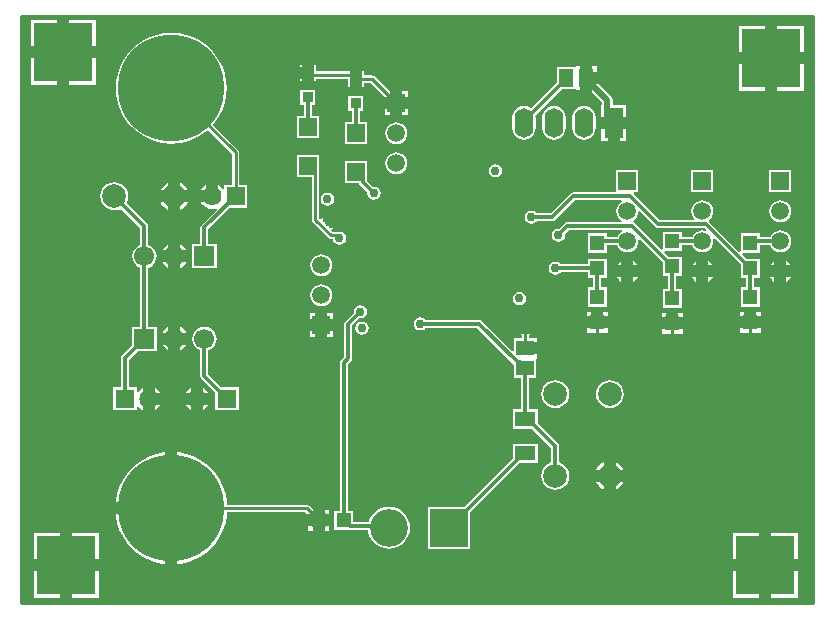
<source format=gtl>
G04*
G04 #@! TF.GenerationSoftware,Altium Limited,Altium Designer,19.1.5 (86)*
G04*
G04 Layer_Physical_Order=1*
G04 Layer_Color=255*
%FSLAX25Y25*%
%MOIN*%
G70*
G01*
G75*
%ADD13C,0.01000*%
%ADD14R,0.06000X0.06000*%
%ADD15R,0.05000X0.05000*%
%ADD16R,0.07087X0.05118*%
%ADD17R,0.03543X0.03543*%
%ADD18R,0.05906X0.05118*%
%ADD19R,0.05118X0.05906*%
%ADD20R,0.05000X0.05000*%
%ADD21R,0.06400X0.06400*%
%ADD43C,0.01200*%
%ADD44C,0.02000*%
%ADD45C,0.06693*%
%ADD46R,0.06693X0.06693*%
%ADD47R,0.06299X0.09843*%
%ADD48O,0.06299X0.09843*%
%ADD49R,0.05906X0.05906*%
%ADD50C,0.05906*%
%ADD51C,0.35433*%
%ADD52C,0.06400*%
%ADD53C,0.07900*%
%ADD54C,0.12598*%
%ADD55R,0.12598X0.12598*%
%ADD56R,0.19685X0.19685*%
%ADD57R,0.19685X0.19685*%
%ADD58C,0.03000*%
G36*
X299000Y57500D02*
X35000D01*
Y253000D01*
X299000D01*
Y57500D01*
D02*
G37*
%LPC*%
G36*
X59842Y251842D02*
X51000D01*
Y243000D01*
X59842D01*
Y251842D01*
D02*
G37*
G36*
X47000D02*
X38157D01*
Y243000D01*
X47000D01*
Y251842D01*
D02*
G37*
G36*
X295843Y249843D02*
X287000D01*
Y241000D01*
X295843D01*
Y249843D01*
D02*
G37*
G36*
X283000D02*
X274158D01*
Y241000D01*
X283000D01*
Y249843D01*
D02*
G37*
G36*
X128500Y236892D02*
X127728D01*
Y236120D01*
X128500D01*
Y236892D01*
D02*
G37*
G36*
X226905Y236453D02*
X225346D01*
Y234500D01*
X226905D01*
Y236453D01*
D02*
G37*
G36*
X128500Y232120D02*
X127728D01*
Y231348D01*
X128500D01*
Y232120D01*
D02*
G37*
G36*
X59842Y239000D02*
X51000D01*
Y230157D01*
X59842D01*
Y239000D01*
D02*
G37*
G36*
X47000D02*
X38157D01*
Y230157D01*
X47000D01*
Y239000D01*
D02*
G37*
G36*
X133272Y236892D02*
X132500D01*
Y234120D01*
Y231348D01*
X133272D01*
Y232168D01*
X143728D01*
Y229348D01*
X144500D01*
Y232120D01*
Y234892D01*
X143728D01*
Y234615D01*
X133272D01*
Y236892D01*
D02*
G37*
G36*
X221346Y236453D02*
X219787D01*
Y236153D01*
X213394D01*
Y230722D01*
X204931Y222258D01*
X204441Y222634D01*
X203505Y223022D01*
X202500Y223154D01*
X201495Y223022D01*
X200559Y222634D01*
X199754Y222017D01*
X199137Y221213D01*
X198749Y220277D01*
X198617Y219272D01*
Y215728D01*
X198749Y214723D01*
X199137Y213787D01*
X199754Y212983D01*
X200559Y212366D01*
X201495Y211978D01*
X202500Y211845D01*
X203505Y211978D01*
X204441Y212366D01*
X205246Y212983D01*
X205863Y213787D01*
X206251Y214723D01*
X206383Y215728D01*
Y219272D01*
X206303Y219881D01*
X215269Y228847D01*
X219787D01*
Y228547D01*
X221346D01*
Y232500D01*
Y236453D01*
D02*
G37*
G36*
X295843Y237000D02*
X287000D01*
Y228157D01*
X295843D01*
Y237000D01*
D02*
G37*
G36*
X283000D02*
X274158D01*
Y228157D01*
X283000D01*
Y237000D01*
D02*
G37*
G36*
X163953Y227953D02*
X162000D01*
Y226000D01*
X163953D01*
Y227953D01*
D02*
G37*
G36*
X149272Y234892D02*
X148500D01*
Y232120D01*
Y229348D01*
X149272D01*
Y230897D01*
X151373D01*
X156047Y226222D01*
Y226000D01*
X158000D01*
Y227953D01*
X157778D01*
X152745Y232985D01*
X152348Y233250D01*
X151880Y233344D01*
X149272D01*
Y234892D01*
D02*
G37*
G36*
X163953Y222000D02*
X162000D01*
Y220047D01*
X163953D01*
Y222000D01*
D02*
G37*
G36*
X158000D02*
X156047D01*
Y220047D01*
X158000D01*
Y222000D01*
D02*
G37*
G36*
X227404Y230500D02*
X225346D01*
Y227655D01*
X228617Y224384D01*
Y223421D01*
X228350D01*
Y219500D01*
X232500D01*
X236650D01*
Y223421D01*
X232084D01*
Y225102D01*
X231952Y225766D01*
X231576Y226328D01*
X227404Y230500D01*
D02*
G37*
G36*
X132972Y228472D02*
X128028D01*
Y223528D01*
X129174D01*
Y219700D01*
X126800D01*
Y212300D01*
X134200D01*
Y219700D01*
X131825D01*
Y223528D01*
X132972D01*
Y228472D01*
D02*
G37*
G36*
X222500Y223154D02*
X221495Y223022D01*
X220559Y222634D01*
X219754Y222017D01*
X219137Y221213D01*
X218749Y220277D01*
X218617Y219272D01*
Y215728D01*
X218749Y214723D01*
X219137Y213787D01*
X219754Y212983D01*
X220559Y212366D01*
X221495Y211978D01*
X222500Y211845D01*
X223505Y211978D01*
X224441Y212366D01*
X225246Y212983D01*
X225863Y213787D01*
X226251Y214723D01*
X226383Y215728D01*
Y219272D01*
X226251Y220277D01*
X225863Y221213D01*
X225246Y222017D01*
X224441Y222634D01*
X223505Y223022D01*
X222500Y223154D01*
D02*
G37*
G36*
X212500D02*
X211495Y223022D01*
X210559Y222634D01*
X209754Y222017D01*
X209137Y221213D01*
X208750Y220277D01*
X208617Y219272D01*
Y215728D01*
X208750Y214723D01*
X209137Y213787D01*
X209754Y212983D01*
X210559Y212366D01*
X211495Y211978D01*
X212500Y211845D01*
X213505Y211978D01*
X214441Y212366D01*
X215246Y212983D01*
X215863Y213787D01*
X216250Y214723D01*
X216383Y215728D01*
Y219272D01*
X216250Y220277D01*
X215863Y221213D01*
X215246Y222017D01*
X214441Y222634D01*
X213505Y223022D01*
X212500Y223154D01*
D02*
G37*
G36*
X236650Y215500D02*
X234500D01*
Y211579D01*
X236650D01*
Y215500D01*
D02*
G37*
G36*
X230500D02*
X228350D01*
Y211579D01*
X230500D01*
Y215500D01*
D02*
G37*
G36*
X160000Y217684D02*
X159046Y217559D01*
X158158Y217191D01*
X157395Y216605D01*
X156809Y215842D01*
X156441Y214954D01*
X156316Y214000D01*
X156441Y213046D01*
X156809Y212158D01*
X157395Y211395D01*
X158158Y210809D01*
X159046Y210441D01*
X160000Y210316D01*
X160954Y210441D01*
X161842Y210809D01*
X162605Y211395D01*
X163191Y212158D01*
X163559Y213046D01*
X163684Y214000D01*
X163559Y214954D01*
X163191Y215842D01*
X162605Y216605D01*
X161842Y217191D01*
X160954Y217559D01*
X160000Y217684D01*
D02*
G37*
G36*
X148972Y226472D02*
X144028D01*
Y221528D01*
X145175D01*
Y217700D01*
X142800D01*
Y210300D01*
X150200D01*
Y217700D01*
X147826D01*
Y221528D01*
X148972D01*
Y226472D01*
D02*
G37*
G36*
X160000Y207684D02*
X159046Y207559D01*
X158158Y207191D01*
X157395Y206605D01*
X156809Y205842D01*
X156441Y204954D01*
X156316Y204000D01*
X156441Y203046D01*
X156809Y202158D01*
X157395Y201395D01*
X158158Y200809D01*
X159046Y200441D01*
X160000Y200316D01*
X160954Y200441D01*
X161842Y200809D01*
X162605Y201395D01*
X163191Y202158D01*
X163559Y203046D01*
X163684Y204000D01*
X163559Y204954D01*
X163191Y205842D01*
X162605Y206605D01*
X161842Y207191D01*
X160954Y207559D01*
X160000Y207684D01*
D02*
G37*
G36*
X193000Y203743D02*
X192142Y203572D01*
X191414Y203086D01*
X190928Y202358D01*
X190757Y201500D01*
X190928Y200642D01*
X191414Y199914D01*
X192142Y199428D01*
X193000Y199257D01*
X193858Y199428D01*
X194586Y199914D01*
X195072Y200642D01*
X195243Y201500D01*
X195072Y202358D01*
X194586Y203086D01*
X193858Y203572D01*
X193000Y203743D01*
D02*
G37*
G36*
X85000Y247456D02*
X82591Y247298D01*
X80223Y246827D01*
X77937Y246051D01*
X75772Y244983D01*
X73765Y243642D01*
X71950Y242050D01*
X70358Y240235D01*
X69017Y238228D01*
X67949Y236063D01*
X67173Y233777D01*
X66702Y231409D01*
X66544Y229000D01*
X66702Y226591D01*
X67173Y224223D01*
X67949Y221937D01*
X69017Y219772D01*
X70358Y217765D01*
X71950Y215950D01*
X73765Y214358D01*
X75772Y213017D01*
X77937Y211949D01*
X80223Y211173D01*
X82591Y210702D01*
X85000Y210544D01*
X87409Y210702D01*
X89777Y211173D01*
X92063Y211949D01*
X94228Y213017D01*
X96235Y214358D01*
X97128Y215141D01*
X105150Y207119D01*
Y196900D01*
X102474D01*
Y195542D01*
X101974Y195372D01*
X101496Y195995D01*
X100618Y196669D01*
X100500Y196718D01*
Y193000D01*
X98500D01*
Y191000D01*
X94782D01*
X94831Y190882D01*
X95504Y190005D01*
X96382Y189331D01*
X97404Y188908D01*
X98500Y188764D01*
X99596Y188908D01*
X99774Y188982D01*
X100057Y188558D01*
X95063Y183563D01*
X94775Y183133D01*
X94674Y182626D01*
Y177047D01*
X91953D01*
Y168954D01*
X100047D01*
Y177047D01*
X97325D01*
Y182077D01*
X104349Y189100D01*
X110274D01*
Y196900D01*
X107597D01*
Y207626D01*
X107504Y208094D01*
X107239Y208491D01*
X98859Y216872D01*
X99642Y217765D01*
X100983Y219772D01*
X102051Y221937D01*
X102827Y224223D01*
X103298Y226591D01*
X103456Y229000D01*
X103298Y231409D01*
X102827Y233777D01*
X102051Y236063D01*
X100983Y238228D01*
X99642Y240235D01*
X98050Y242050D01*
X96235Y243642D01*
X94228Y244983D01*
X92063Y246051D01*
X89777Y246827D01*
X87409Y247298D01*
X85000Y247456D01*
D02*
G37*
G36*
X88000Y197529D02*
Y195000D01*
X90529D01*
X90324Y195496D01*
X89530Y196530D01*
X88496Y197324D01*
X88000Y197529D01*
D02*
G37*
G36*
X96500Y196718D02*
X96382Y196669D01*
X95504Y195995D01*
X94831Y195118D01*
X94782Y195000D01*
X96500D01*
Y196718D01*
D02*
G37*
G36*
X84000Y197529D02*
X83504Y197324D01*
X82470Y196530D01*
X81676Y195496D01*
X81471Y195000D01*
X84000D01*
Y197529D01*
D02*
G37*
G36*
X291653Y201653D02*
X284347D01*
Y194347D01*
X291653D01*
Y201653D01*
D02*
G37*
G36*
X265653D02*
X258347D01*
Y194347D01*
X265653D01*
Y201653D01*
D02*
G37*
G36*
X150200Y204700D02*
X142800D01*
Y197300D01*
X147634D01*
X147675Y197093D01*
X147963Y196663D01*
X150318Y194307D01*
X150257Y194000D01*
X150428Y193142D01*
X150914Y192414D01*
X151642Y191928D01*
X152500Y191757D01*
X153358Y191928D01*
X154086Y192414D01*
X154572Y193142D01*
X154743Y194000D01*
X154572Y194858D01*
X154086Y195586D01*
X153358Y196072D01*
X152500Y196243D01*
X152193Y196182D01*
X150225Y198149D01*
Y198600D01*
X150200Y198728D01*
Y204700D01*
D02*
G37*
G36*
X137000Y194243D02*
X136142Y194072D01*
X135414Y193586D01*
X134928Y192858D01*
X134757Y192000D01*
X134928Y191142D01*
X135414Y190414D01*
X136142Y189928D01*
X137000Y189757D01*
X137858Y189928D01*
X138586Y190414D01*
X139072Y191142D01*
X139243Y192000D01*
X139072Y192858D01*
X138586Y193586D01*
X137858Y194072D01*
X137000Y194243D01*
D02*
G37*
G36*
X90529Y191000D02*
X88000D01*
Y188471D01*
X88496Y188676D01*
X89530Y189470D01*
X90324Y190504D01*
X90529Y191000D01*
D02*
G37*
G36*
X84000D02*
X81471D01*
X81676Y190504D01*
X82470Y189470D01*
X83504Y188676D01*
X84000Y188471D01*
Y191000D01*
D02*
G37*
G36*
X288000Y191684D02*
X287046Y191559D01*
X286158Y191191D01*
X285395Y190605D01*
X284809Y189842D01*
X284441Y188954D01*
X284316Y188000D01*
X284441Y187046D01*
X284809Y186158D01*
X285395Y185395D01*
X286158Y184809D01*
X287046Y184441D01*
X288000Y184316D01*
X288954Y184441D01*
X289842Y184809D01*
X290605Y185395D01*
X291191Y186158D01*
X291559Y187046D01*
X291684Y188000D01*
X291559Y188954D01*
X291191Y189842D01*
X290605Y190605D01*
X289842Y191191D01*
X288954Y191559D01*
X288000Y191684D01*
D02*
G37*
G36*
X240653Y201653D02*
X233347D01*
X233347Y194347D01*
X232856Y194325D01*
X219000D01*
X218493Y194225D01*
X218063Y193937D01*
X211451Y187326D01*
X206760D01*
X206586Y187586D01*
X205858Y188072D01*
X205000Y188243D01*
X204142Y188072D01*
X203414Y187586D01*
X202928Y186858D01*
X202757Y186000D01*
X202928Y185142D01*
X203414Y184414D01*
X204142Y183928D01*
X205000Y183757D01*
X205858Y183928D01*
X206586Y184414D01*
X206760Y184675D01*
X212000D01*
X212507Y184775D01*
X212937Y185063D01*
X219549Y191674D01*
X234973D01*
X235141Y191225D01*
X235137Y191174D01*
X234395Y190605D01*
X233809Y189842D01*
X233441Y188953D01*
X233316Y188000D01*
X233441Y187046D01*
X233809Y186158D01*
X234395Y185395D01*
X235086Y184865D01*
X235057Y184594D01*
X234949Y184365D01*
X217039D01*
X216532Y184264D01*
X216102Y183976D01*
X214307Y182182D01*
X214000Y182243D01*
X213142Y182072D01*
X212414Y181586D01*
X211928Y180858D01*
X211757Y180000D01*
X211928Y179142D01*
X212414Y178414D01*
X213142Y177928D01*
X214000Y177757D01*
X214858Y177928D01*
X215586Y178414D01*
X216072Y179142D01*
X216243Y180000D01*
X216182Y180307D01*
X217588Y181714D01*
X235114D01*
X235214Y181214D01*
X235158Y181191D01*
X234395Y180605D01*
X233809Y179842D01*
X233595Y179325D01*
X230200D01*
Y180600D01*
X223800D01*
Y174200D01*
X230200D01*
Y176674D01*
X233595D01*
X233809Y176158D01*
X234395Y175395D01*
X235158Y174809D01*
X236046Y174441D01*
X237000Y174316D01*
X237954Y174441D01*
X238842Y174809D01*
X239605Y175395D01*
X240191Y176158D01*
X240559Y177046D01*
X240684Y178000D01*
X240634Y178385D01*
X241107Y178618D01*
X248800Y170925D01*
Y166400D01*
X250675D01*
Y162200D01*
X248800D01*
Y155800D01*
X255200D01*
Y162200D01*
X253326D01*
Y166400D01*
X255200D01*
Y172800D01*
X250675D01*
X249174Y174300D01*
X249382Y174800D01*
X255200D01*
Y176674D01*
X258595D01*
X258809Y176158D01*
X259395Y175395D01*
X260158Y174809D01*
X261046Y174441D01*
X262000Y174316D01*
X262954Y174441D01*
X263842Y174809D01*
X264605Y175395D01*
X265191Y176158D01*
X265559Y177046D01*
X265684Y178000D01*
X265573Y178845D01*
X265857Y179051D01*
X266021Y179105D01*
X274800Y170326D01*
Y165800D01*
X276675D01*
Y162600D01*
X274800D01*
Y156200D01*
X281200D01*
Y162600D01*
X279326D01*
Y165800D01*
X281200D01*
Y172200D01*
X276675D01*
X275174Y173700D01*
X275382Y174200D01*
X281200D01*
Y176674D01*
X284595D01*
X284809Y176158D01*
X285395Y175395D01*
X286158Y174809D01*
X287046Y174441D01*
X288000Y174316D01*
X288954Y174441D01*
X289842Y174809D01*
X290605Y175395D01*
X291191Y176158D01*
X291559Y177046D01*
X291684Y178000D01*
X291559Y178954D01*
X291191Y179842D01*
X290605Y180605D01*
X289842Y181191D01*
X288954Y181559D01*
X288000Y181684D01*
X287046Y181559D01*
X286158Y181191D01*
X285395Y180605D01*
X284809Y179842D01*
X284595Y179325D01*
X281200D01*
Y180600D01*
X274800D01*
Y174782D01*
X274300Y174574D01*
X264325Y184550D01*
X264282Y185147D01*
X264605Y185395D01*
X265191Y186158D01*
X265559Y187046D01*
X265684Y188000D01*
X265559Y188954D01*
X265191Y189842D01*
X264605Y190605D01*
X263842Y191191D01*
X262954Y191559D01*
X262000Y191684D01*
X261046Y191559D01*
X260158Y191191D01*
X259395Y190605D01*
X258809Y189842D01*
X258441Y188954D01*
X258316Y188000D01*
X258441Y187046D01*
X258809Y186158D01*
X259258Y185573D01*
X259029Y185073D01*
X247816D01*
X239041Y193847D01*
X239131Y194198D01*
X239233Y194347D01*
X240653D01*
Y201653D01*
D02*
G37*
G36*
X134200Y206700D02*
X126800D01*
Y199300D01*
X131776D01*
Y185182D01*
X131870Y184713D01*
X132135Y184317D01*
X137360Y179092D01*
X137757Y178826D01*
X138225Y178733D01*
X138810D01*
X138928Y178142D01*
X139414Y177414D01*
X140142Y176928D01*
X141000Y176757D01*
X141858Y176928D01*
X142586Y177414D01*
X143072Y178142D01*
X143243Y179000D01*
X143072Y179858D01*
X142586Y180586D01*
X141858Y181072D01*
X141000Y181243D01*
X140364Y181116D01*
X140043Y181180D01*
X138732D01*
X138259Y181652D01*
X138405Y182131D01*
X138476Y182145D01*
X139007Y182500D01*
X137500D01*
Y184500D01*
X135500D01*
Y186007D01*
X135145Y185476D01*
X135131Y185405D01*
X134652Y185259D01*
X134223Y185688D01*
Y200500D01*
X134200Y200618D01*
Y206700D01*
D02*
G37*
G36*
X88000Y176876D02*
Y175000D01*
X89876D01*
X89797Y175192D01*
X89100Y176100D01*
X88192Y176797D01*
X88000Y176876D01*
D02*
G37*
G36*
X84000D02*
X83808Y176797D01*
X82900Y176100D01*
X82203Y175192D01*
X82124Y175000D01*
X84000D01*
Y176876D01*
D02*
G37*
G36*
X230200Y172200D02*
X223800D01*
Y170326D01*
X214760D01*
X214586Y170586D01*
X213858Y171072D01*
X213000Y171243D01*
X212142Y171072D01*
X211414Y170586D01*
X210928Y169858D01*
X210757Y169000D01*
X210928Y168142D01*
X211414Y167414D01*
X212142Y166928D01*
X213000Y166757D01*
X213858Y166928D01*
X214586Y167414D01*
X214760Y167675D01*
X223800D01*
Y165800D01*
X225675D01*
Y162600D01*
X223800D01*
Y156200D01*
X230200D01*
Y162600D01*
X228326D01*
Y165800D01*
X230200D01*
Y172200D01*
D02*
G37*
G36*
X290000Y171448D02*
Y170000D01*
X291448D01*
X290819Y170819D01*
X290000Y171448D01*
D02*
G37*
G36*
X264000D02*
Y170000D01*
X265448D01*
X264819Y170819D01*
X264000Y171448D01*
D02*
G37*
G36*
X239000D02*
Y170000D01*
X240448D01*
X239819Y170819D01*
X239000Y171448D01*
D02*
G37*
G36*
X286000D02*
X285181Y170819D01*
X284552Y170000D01*
X286000D01*
Y171448D01*
D02*
G37*
G36*
X260000D02*
X259181Y170819D01*
X258552Y170000D01*
X260000D01*
Y171448D01*
D02*
G37*
G36*
X235000D02*
X234181Y170819D01*
X233552Y170000D01*
X235000D01*
Y171448D01*
D02*
G37*
G36*
X89876Y171000D02*
X88000D01*
Y169124D01*
X88192Y169203D01*
X89100Y169900D01*
X89797Y170808D01*
X89876Y171000D01*
D02*
G37*
G36*
X84000D02*
X82124D01*
X82203Y170808D01*
X82900Y169900D01*
X83808Y169203D01*
X84000Y169124D01*
Y171000D01*
D02*
G37*
G36*
X135000Y173684D02*
X134046Y173559D01*
X133158Y173191D01*
X132395Y172605D01*
X131809Y171842D01*
X131441Y170954D01*
X131316Y170000D01*
X131441Y169046D01*
X131809Y168158D01*
X132395Y167395D01*
X133158Y166809D01*
X134046Y166441D01*
X135000Y166316D01*
X135954Y166441D01*
X136842Y166809D01*
X137605Y167395D01*
X138191Y168158D01*
X138559Y169046D01*
X138684Y170000D01*
X138559Y170954D01*
X138191Y171842D01*
X137605Y172605D01*
X136842Y173191D01*
X135954Y173559D01*
X135000Y173684D01*
D02*
G37*
G36*
X291448Y166000D02*
X290000D01*
Y164552D01*
X290819Y165181D01*
X291448Y166000D01*
D02*
G37*
G36*
X265448D02*
X264000D01*
Y164552D01*
X264819Y165181D01*
X265448Y166000D01*
D02*
G37*
G36*
X240448D02*
X239000D01*
Y164552D01*
X239819Y165181D01*
X240448Y166000D01*
D02*
G37*
G36*
X286000D02*
X284552D01*
X285181Y165181D01*
X286000Y164552D01*
Y166000D01*
D02*
G37*
G36*
X260000D02*
X258552D01*
X259181Y165181D01*
X260000Y164552D01*
Y166000D01*
D02*
G37*
G36*
X235000D02*
X233552D01*
X234181Y165181D01*
X235000Y164552D01*
Y166000D01*
D02*
G37*
G36*
X201039Y161196D02*
X200181Y161025D01*
X199453Y160539D01*
X198967Y159811D01*
X198796Y158953D01*
X198967Y158094D01*
X199453Y157367D01*
X200181Y156880D01*
X201039Y156710D01*
X201898Y156880D01*
X202625Y157367D01*
X203112Y158094D01*
X203282Y158953D01*
X203112Y159811D01*
X202625Y160539D01*
X201898Y161025D01*
X201039Y161196D01*
D02*
G37*
G36*
X135000Y163684D02*
X134046Y163559D01*
X133158Y163191D01*
X132395Y162605D01*
X131809Y161842D01*
X131441Y160954D01*
X131316Y160000D01*
X131441Y159046D01*
X131809Y158158D01*
X132395Y157395D01*
X133158Y156809D01*
X134046Y156441D01*
X135000Y156316D01*
X135954Y156441D01*
X136842Y156809D01*
X137605Y157395D01*
X138191Y158158D01*
X138559Y159046D01*
X138684Y160000D01*
X138559Y160954D01*
X138191Y161842D01*
X137605Y162605D01*
X136842Y163191D01*
X135954Y163559D01*
X135000Y163684D01*
D02*
G37*
G36*
X281500Y154500D02*
X280000D01*
Y153000D01*
X281500D01*
Y154500D01*
D02*
G37*
G36*
X230500D02*
X229000D01*
Y153000D01*
X230500D01*
Y154500D01*
D02*
G37*
G36*
X276000D02*
X274500D01*
Y153000D01*
X276000D01*
Y154500D01*
D02*
G37*
G36*
X225000D02*
X223500D01*
Y153000D01*
X225000D01*
Y154500D01*
D02*
G37*
G36*
X255500Y154100D02*
X254000D01*
Y152600D01*
X255500D01*
Y154100D01*
D02*
G37*
G36*
X250000D02*
X248500D01*
Y152600D01*
X250000D01*
Y154100D01*
D02*
G37*
G36*
X148000Y156743D02*
X147142Y156572D01*
X146414Y156086D01*
X145928Y155358D01*
X145757Y154500D01*
X145818Y154193D01*
X143063Y151437D01*
X142775Y151007D01*
X142675Y150500D01*
Y139549D01*
X141563Y138437D01*
X141275Y138007D01*
X141174Y137500D01*
Y88200D01*
X139300D01*
Y81800D01*
X144272D01*
X144400Y81774D01*
X150538D01*
X150602Y81128D01*
X151002Y79809D01*
X151652Y78593D01*
X152527Y77527D01*
X153593Y76652D01*
X154809Y76002D01*
X156128Y75602D01*
X157500Y75467D01*
X158872Y75602D01*
X160191Y76002D01*
X161407Y76652D01*
X162473Y77527D01*
X163348Y78593D01*
X163998Y79809D01*
X164398Y81128D01*
X164533Y82500D01*
X164398Y83872D01*
X163998Y85191D01*
X163348Y86407D01*
X162473Y87473D01*
X161407Y88348D01*
X160191Y88998D01*
X158872Y89398D01*
X157500Y89533D01*
X156128Y89398D01*
X154809Y88998D01*
X153593Y88348D01*
X152527Y87473D01*
X151652Y86407D01*
X151002Y85191D01*
X150770Y84425D01*
X145700D01*
Y88200D01*
X143825D01*
Y136951D01*
X144937Y138063D01*
X145225Y138493D01*
X145326Y139000D01*
Y149951D01*
X147693Y152318D01*
X148000Y152257D01*
X148858Y152428D01*
X149586Y152914D01*
X150072Y153642D01*
X150243Y154500D01*
X150072Y155358D01*
X149586Y156086D01*
X148858Y156572D01*
X148000Y156743D01*
D02*
G37*
G36*
X138953Y153953D02*
X137000D01*
Y152000D01*
X138953D01*
Y153953D01*
D02*
G37*
G36*
X133000D02*
X131047D01*
Y152000D01*
X133000D01*
Y153953D01*
D02*
G37*
G36*
X281500Y149000D02*
X278000D01*
X274500D01*
Y147500D01*
X281500D01*
Y149000D01*
D02*
G37*
G36*
X230500D02*
X227000D01*
X223500D01*
Y147500D01*
X230500D01*
Y149000D01*
D02*
G37*
G36*
X88000Y149376D02*
Y147500D01*
X89876D01*
X89797Y147692D01*
X89100Y148600D01*
X88192Y149297D01*
X88000Y149376D01*
D02*
G37*
G36*
X84000D02*
X83808Y149297D01*
X82900Y148600D01*
X82203Y147692D01*
X82124Y147500D01*
X84000D01*
Y149376D01*
D02*
G37*
G36*
X255500Y148600D02*
X252000D01*
X248500D01*
Y147100D01*
X249812D01*
X249862Y147000D01*
X254138D01*
X254188Y147100D01*
X255500D01*
Y148600D01*
D02*
G37*
G36*
X148500Y151243D02*
X147642Y151072D01*
X146914Y150586D01*
X146428Y149858D01*
X146257Y149000D01*
X146428Y148142D01*
X146914Y147414D01*
X147642Y146928D01*
X148500Y146757D01*
X149358Y146928D01*
X150086Y147414D01*
X150572Y148142D01*
X150743Y149000D01*
X150572Y149858D01*
X150086Y150586D01*
X149358Y151072D01*
X148500Y151243D01*
D02*
G37*
G36*
X138953Y148000D02*
X137000D01*
Y146047D01*
X138953D01*
Y148000D01*
D02*
G37*
G36*
X133000D02*
X131047D01*
Y146047D01*
X133000D01*
Y148000D01*
D02*
G37*
G36*
X89876Y143500D02*
X88000D01*
Y141624D01*
X88192Y141703D01*
X89100Y142400D01*
X89797Y143308D01*
X89876Y143500D01*
D02*
G37*
G36*
X84000D02*
X82124D01*
X82203Y143308D01*
X82900Y142400D01*
X83808Y141703D01*
X84000Y141624D01*
Y143500D01*
D02*
G37*
G36*
X95500Y129218D02*
Y127500D01*
X97218D01*
X97169Y127618D01*
X96495Y128496D01*
X95618Y129169D01*
X95500Y129218D01*
D02*
G37*
G36*
X79437D02*
Y127500D01*
X81155D01*
X81106Y127618D01*
X80432Y128496D01*
X79555Y129169D01*
X79437Y129218D01*
D02*
G37*
G36*
X91500D02*
X91382Y129169D01*
X90504Y128496D01*
X89831Y127618D01*
X89782Y127500D01*
X91500D01*
Y129218D01*
D02*
G37*
G36*
X231110Y131690D02*
X229896Y131530D01*
X228765Y131062D01*
X227794Y130316D01*
X227048Y129345D01*
X226580Y128214D01*
X226420Y127000D01*
X226580Y125786D01*
X227048Y124655D01*
X227794Y123684D01*
X228765Y122938D01*
X229896Y122470D01*
X231110Y122310D01*
X232324Y122470D01*
X233455Y122938D01*
X234427Y123684D01*
X235172Y124655D01*
X235641Y125786D01*
X235800Y127000D01*
X235641Y128214D01*
X235172Y129345D01*
X234427Y130316D01*
X233455Y131062D01*
X232324Y131530D01*
X231110Y131690D01*
D02*
G37*
G36*
X213000D02*
X211786Y131530D01*
X210655Y131062D01*
X209684Y130316D01*
X208938Y129345D01*
X208470Y128214D01*
X208310Y127000D01*
X208470Y125786D01*
X208938Y124655D01*
X209684Y123684D01*
X210655Y122938D01*
X211786Y122470D01*
X213000Y122310D01*
X214214Y122470D01*
X215345Y122938D01*
X216316Y123684D01*
X217062Y124655D01*
X217530Y125786D01*
X217690Y127000D01*
X217530Y128214D01*
X217062Y129345D01*
X216316Y130316D01*
X215345Y131062D01*
X214214Y131530D01*
X213000Y131690D01*
D02*
G37*
G36*
X97218Y123500D02*
X95500D01*
Y121782D01*
X95618Y121831D01*
X96495Y122504D01*
X97169Y123382D01*
X97218Y123500D01*
D02*
G37*
G36*
X81155D02*
X79437D01*
Y121782D01*
X79555Y121831D01*
X80432Y122504D01*
X81106Y123382D01*
X81155Y123500D01*
D02*
G37*
G36*
X66000Y197690D02*
X64786Y197530D01*
X63655Y197062D01*
X62684Y196316D01*
X61938Y195345D01*
X61470Y194214D01*
X61310Y193000D01*
X61470Y191786D01*
X61938Y190655D01*
X62684Y189684D01*
X63655Y188938D01*
X64786Y188470D01*
X66000Y188310D01*
X67214Y188470D01*
X68234Y188892D01*
X74674Y182451D01*
Y176831D01*
X73959Y176535D01*
X73114Y175886D01*
X72465Y175041D01*
X72058Y174056D01*
X71919Y173000D01*
X72058Y171944D01*
X72465Y170959D01*
X73114Y170114D01*
X73959Y169465D01*
X74674Y169169D01*
Y149547D01*
X71953D01*
Y143328D01*
X68626Y140000D01*
X68338Y139570D01*
X68238Y139063D01*
Y129400D01*
X65663D01*
Y121600D01*
X73463D01*
Y122958D01*
X73963Y123128D01*
X74441Y122504D01*
X75319Y121831D01*
X75437Y121782D01*
Y125500D01*
Y129218D01*
X75319Y129169D01*
X74441Y128496D01*
X73963Y127872D01*
X73463Y128042D01*
Y129400D01*
X70889D01*
Y138514D01*
X73828Y141454D01*
X80046D01*
Y149547D01*
X77325D01*
Y169169D01*
X78041Y169465D01*
X78886Y170114D01*
X79535Y170959D01*
X79942Y171944D01*
X80081Y173000D01*
X79942Y174056D01*
X79535Y175041D01*
X78886Y175886D01*
X78041Y176535D01*
X77325Y176831D01*
Y183000D01*
X77225Y183507D01*
X76937Y183937D01*
X70108Y190767D01*
X70530Y191786D01*
X70690Y193000D01*
X70530Y194214D01*
X70062Y195345D01*
X69316Y196316D01*
X68345Y197062D01*
X67214Y197530D01*
X66000Y197690D01*
D02*
G37*
G36*
X91500Y123500D02*
X89782D01*
X89831Y123382D01*
X90504Y122504D01*
X91382Y121831D01*
X91500Y121782D01*
Y123500D01*
D02*
G37*
G36*
X96000Y149581D02*
X94944Y149442D01*
X93959Y149035D01*
X93114Y148386D01*
X92465Y147541D01*
X92058Y146556D01*
X91919Y145500D01*
X92058Y144444D01*
X92465Y143459D01*
X93114Y142614D01*
X93959Y141965D01*
X94674Y141669D01*
Y133000D01*
X94775Y132493D01*
X95063Y132063D01*
X99600Y127525D01*
Y121600D01*
X107400D01*
Y129400D01*
X101474D01*
X97325Y133549D01*
Y141669D01*
X98041Y141965D01*
X98886Y142614D01*
X99535Y143459D01*
X99942Y144444D01*
X100081Y145500D01*
X99942Y146556D01*
X99535Y147541D01*
X98886Y148386D01*
X98041Y149035D01*
X97056Y149442D01*
X96000Y149581D01*
D02*
G37*
G36*
X233110Y104364D02*
Y101835D01*
X235640D01*
X235434Y102331D01*
X234641Y103365D01*
X233607Y104158D01*
X233110Y104364D01*
D02*
G37*
G36*
X229110D02*
X228614Y104158D01*
X227580Y103365D01*
X226786Y102331D01*
X226581Y101835D01*
X229110D01*
Y104364D01*
D02*
G37*
G36*
X235640Y97835D02*
X233110D01*
Y95305D01*
X233607Y95511D01*
X234641Y96304D01*
X235434Y97338D01*
X235640Y97835D01*
D02*
G37*
G36*
X229110D02*
X226581D01*
X226786Y97338D01*
X227580Y96304D01*
X228614Y95511D01*
X229110Y95305D01*
Y97835D01*
D02*
G37*
G36*
X168000Y152743D02*
X167142Y152572D01*
X166414Y152086D01*
X165928Y151358D01*
X165757Y150500D01*
X165928Y149642D01*
X166352Y149007D01*
X166400Y148500D01*
X167033D01*
X167141Y148427D01*
X168000Y148257D01*
X168859Y148427D01*
X168967Y148500D01*
X169600D01*
X169648Y149007D01*
X169760Y149174D01*
X186947D01*
X199347Y136774D01*
Y132395D01*
X201675D01*
Y121968D01*
X198757D01*
Y115450D01*
X205369D01*
X211674Y109144D01*
Y104319D01*
X210655Y103896D01*
X209684Y103151D01*
X208938Y102180D01*
X208470Y101049D01*
X208310Y99835D01*
X208470Y98621D01*
X208938Y97490D01*
X209684Y96518D01*
X210655Y95773D01*
X211786Y95304D01*
X213000Y95144D01*
X214214Y95304D01*
X215345Y95773D01*
X216316Y96518D01*
X217062Y97490D01*
X217530Y98621D01*
X217690Y99835D01*
X217530Y101049D01*
X217062Y102180D01*
X216316Y103151D01*
X215345Y103896D01*
X214325Y104319D01*
Y109693D01*
X214225Y110200D01*
X213937Y110630D01*
X207243Y117324D01*
Y121968D01*
X204326D01*
Y132395D01*
X206653D01*
Y138787D01*
X206953D01*
Y140347D01*
X203000D01*
Y144346D01*
X206953D01*
Y145905D01*
X204223D01*
Y146811D01*
X204507Y147000D01*
X201493D01*
X201777Y146811D01*
Y145905D01*
X199047D01*
Y141477D01*
X198585Y141285D01*
X188433Y151437D01*
X188003Y151725D01*
X187496Y151825D01*
X169760D01*
X169586Y152086D01*
X168858Y152572D01*
X168000Y152743D01*
D02*
G37*
G36*
X83000Y107626D02*
X82552Y107596D01*
X80145Y107118D01*
X77822Y106329D01*
X75622Y105244D01*
X73582Y103881D01*
X71737Y102263D01*
X70119Y100418D01*
X68756Y98378D01*
X67671Y96178D01*
X66882Y93855D01*
X66404Y91448D01*
X66374Y91000D01*
X83000D01*
Y107626D01*
D02*
G37*
G36*
X137600Y88500D02*
X136100D01*
Y87000D01*
X137600D01*
Y88500D01*
D02*
G37*
G36*
X87000Y107626D02*
Y89000D01*
Y70374D01*
X87448Y70404D01*
X89855Y70882D01*
X92178Y71671D01*
X94378Y72756D01*
X96418Y74119D01*
X98263Y75737D01*
X99881Y77582D01*
X101244Y79622D01*
X102329Y81822D01*
X103118Y84145D01*
X103596Y86552D01*
X103676Y87776D01*
X129593D01*
X130370Y87000D01*
X132100D01*
Y88730D01*
X130965Y89865D01*
X130568Y90130D01*
X130100Y90223D01*
X103676D01*
X103596Y91448D01*
X103118Y93855D01*
X102329Y96178D01*
X101244Y98378D01*
X99881Y100418D01*
X98263Y102263D01*
X96418Y103881D01*
X94378Y105244D01*
X92178Y106329D01*
X89855Y107118D01*
X87448Y107596D01*
X87000Y107626D01*
D02*
G37*
G36*
X137600Y83000D02*
X136100D01*
Y81500D01*
X137600D01*
Y83000D01*
D02*
G37*
G36*
X132100D02*
X130600D01*
Y81500D01*
X132100D01*
Y83000D01*
D02*
G37*
G36*
X207243Y110550D02*
X198757D01*
Y105631D01*
X182625Y89499D01*
X170501D01*
Y75501D01*
X184499D01*
Y87625D01*
X200907Y104032D01*
X207243D01*
Y110550D01*
D02*
G37*
G36*
X293843Y80843D02*
X285000D01*
Y72000D01*
X293843D01*
Y80843D01*
D02*
G37*
G36*
X60843D02*
X52000D01*
Y72000D01*
X60843D01*
Y80843D01*
D02*
G37*
G36*
X48000D02*
X39158D01*
Y72000D01*
X48000D01*
Y80843D01*
D02*
G37*
G36*
X281000D02*
X272158D01*
Y72000D01*
X281000D01*
Y80843D01*
D02*
G37*
G36*
X83000Y87000D02*
X66374D01*
X66404Y86552D01*
X66882Y84145D01*
X67671Y81822D01*
X68756Y79622D01*
X70119Y77582D01*
X71737Y75737D01*
X73582Y74119D01*
X75622Y72756D01*
X77822Y71671D01*
X80145Y70882D01*
X82552Y70404D01*
X83000Y70374D01*
Y87000D01*
D02*
G37*
G36*
X293843Y68000D02*
X285000D01*
Y59158D01*
X293843D01*
Y68000D01*
D02*
G37*
G36*
X281000D02*
X272158D01*
Y59158D01*
X281000D01*
Y68000D01*
D02*
G37*
G36*
X60843D02*
X52000D01*
Y59158D01*
X60843D01*
Y68000D01*
D02*
G37*
G36*
X48000D02*
X39158D01*
Y59158D01*
X48000D01*
Y68000D01*
D02*
G37*
%LPD*%
G36*
X246330Y182810D02*
X246760Y182523D01*
X247267Y182422D01*
X262704D01*
X263105Y182021D01*
X263051Y181857D01*
X262845Y181573D01*
X262000Y181684D01*
X261046Y181559D01*
X260158Y181191D01*
X259395Y180605D01*
X258809Y179842D01*
X258595Y179325D01*
X255200D01*
Y181200D01*
X248800D01*
Y175382D01*
X248300Y175174D01*
X239498Y183976D01*
X239068Y184264D01*
X238908Y184296D01*
X238847Y184774D01*
X238852Y184817D01*
X239605Y185395D01*
X240191Y186158D01*
X240559Y187046D01*
X240655Y187778D01*
X241171Y187969D01*
X246330Y182810D01*
D02*
G37*
D13*
X106374Y193000D02*
Y207626D01*
X85000Y229000D02*
X106374Y207626D01*
X151880Y232120D02*
X160000Y224000D01*
X146500Y232120D02*
X151880D01*
X145228Y233392D02*
X146500Y232120D01*
X131228Y233392D02*
X145228D01*
X130500Y234120D02*
X131228Y233392D01*
X140043Y179957D02*
X141000Y179000D01*
X138225Y179957D02*
X140043D01*
X133000Y185182D02*
X138225Y179957D01*
X133000Y185182D02*
Y200500D01*
X130500Y203000D02*
X133000Y200500D01*
X278000Y145500D02*
Y151000D01*
X252000Y145000D02*
Y150600D01*
X227000Y145500D02*
Y151000D01*
X203000Y142347D02*
Y149000D01*
X130100Y89000D02*
X134100Y85000D01*
X85000Y89000D02*
X130100D01*
X35000Y253000D02*
X299000D01*
Y57500D02*
Y253000D01*
X35000Y57500D02*
X299000D01*
X35000D02*
Y253000D01*
D14*
X146500Y214000D02*
D03*
Y201000D02*
D03*
X130500Y216000D02*
D03*
Y203000D02*
D03*
D15*
X142500Y85000D02*
D03*
X134100D02*
D03*
D16*
X203000Y118709D02*
D03*
Y107291D02*
D03*
D17*
X146500Y232120D02*
D03*
Y224000D02*
D03*
X130500Y234120D02*
D03*
Y226000D02*
D03*
D18*
X203000Y135653D02*
D03*
Y142347D02*
D03*
D19*
X223346Y232500D02*
D03*
X216653D02*
D03*
D20*
X252000Y178000D02*
D03*
Y169600D02*
D03*
X278000Y177400D02*
D03*
Y169000D02*
D03*
X227000Y177400D02*
D03*
Y169000D02*
D03*
X252000Y159000D02*
D03*
Y150600D02*
D03*
X278000Y159400D02*
D03*
Y151000D02*
D03*
X227000Y159400D02*
D03*
Y151000D02*
D03*
D21*
X103500Y125500D02*
D03*
X106374Y193000D02*
D03*
X69563Y125500D02*
D03*
D43*
X148900Y197600D02*
Y198600D01*
X146500Y201000D02*
X148900Y198600D01*
Y197600D02*
X152500Y194000D01*
X96000Y182626D02*
X106374Y193000D01*
X144000Y150500D02*
X148000Y154500D01*
X144000Y139000D02*
Y150500D01*
X142500Y137500D02*
X144000Y139000D01*
X187496Y150500D02*
X200384Y137613D01*
X168000Y150500D02*
X187496D01*
X202016Y107291D02*
X203000D01*
X200057Y105332D02*
X202016Y107291D01*
X200057Y105057D02*
Y105332D01*
X177500Y82500D02*
X200057Y105057D01*
X212000Y186000D02*
X219000Y193000D01*
X205000Y186000D02*
X212000D01*
X219000Y193000D02*
X238014D01*
X247267Y183747D01*
X263253D01*
X278000Y169000D01*
X238561Y183039D02*
X252000Y169600D01*
X217039Y183039D02*
X238561D01*
X214000Y180000D02*
X217039Y183039D01*
X278600Y178000D02*
X288000D01*
X278000Y177400D02*
X278600Y178000D01*
X278000Y159400D02*
Y169000D01*
X252000Y159000D02*
Y169600D01*
Y178000D02*
X262000D01*
X213000Y169000D02*
X227000D01*
Y159400D02*
Y169000D01*
X227600Y178000D02*
X237000D01*
X227000Y177400D02*
X227600Y178000D01*
X200384Y137613D02*
X201041D01*
X203000Y135653D01*
X203000Y118709D02*
X203000Y118709D01*
Y135653D01*
X213000Y99835D02*
Y109693D01*
X203984Y118709D02*
X213000Y109693D01*
X203000Y118709D02*
X203984D01*
X142500Y85000D02*
Y137500D01*
X202500Y217500D02*
Y217953D01*
X216653Y232106D01*
X202500Y215728D02*
Y217500D01*
X156900Y83100D02*
X157500Y82500D01*
X144400Y83100D02*
X156900D01*
X142500Y85000D02*
X144400Y83100D01*
X130500Y216000D02*
Y226000D01*
X146500Y214000D02*
Y224000D01*
X216653Y232106D02*
Y232500D01*
X96000Y133000D02*
X103500Y125500D01*
X96000Y133000D02*
Y145500D01*
X66000Y193000D02*
X76000Y183000D01*
Y173000D02*
Y183000D01*
X96000Y173000D02*
Y182626D01*
X69563Y139063D02*
X76000Y145500D01*
X69563Y125500D02*
Y139063D01*
X76000Y145500D02*
Y173000D01*
D44*
X230350Y219650D02*
X232500Y217500D01*
X230350Y219650D02*
Y225102D01*
X223346Y232106D02*
X230350Y225102D01*
X223346Y232106D02*
Y232500D01*
D45*
X96000Y145500D02*
D03*
X86000D02*
D03*
X76000Y173000D02*
D03*
X86000D02*
D03*
D46*
X76000Y145500D02*
D03*
X96000Y173000D02*
D03*
D47*
X232500Y217500D02*
D03*
D48*
X222500D02*
D03*
X212500D02*
D03*
X202500D02*
D03*
D49*
X135000Y150000D02*
D03*
X237000Y198000D02*
D03*
X160000Y224000D02*
D03*
X262000Y198000D02*
D03*
X288000D02*
D03*
D50*
X135000Y160000D02*
D03*
Y170000D02*
D03*
X237000Y168000D02*
D03*
Y178000D02*
D03*
X237000Y188000D02*
D03*
X160000Y214000D02*
D03*
Y204000D02*
D03*
X262000Y168000D02*
D03*
Y178000D02*
D03*
Y188000D02*
D03*
X288000Y168000D02*
D03*
Y178000D02*
D03*
Y188000D02*
D03*
D51*
X85000Y89000D02*
D03*
Y229000D02*
D03*
D52*
X93500Y125500D02*
D03*
X98500Y193000D02*
D03*
X77437Y125500D02*
D03*
D53*
X86000Y193000D02*
D03*
X66000D02*
D03*
X213000Y127000D02*
D03*
X231110D02*
D03*
Y99835D02*
D03*
X213000D02*
D03*
D54*
X157500Y82500D02*
D03*
D55*
X177500D02*
D03*
D56*
X49000Y241000D02*
D03*
X50000Y70000D02*
D03*
X285000Y239000D02*
D03*
D57*
X283000Y70000D02*
D03*
D58*
X152500Y194000D02*
D03*
X141000Y179000D02*
D03*
X278000Y145500D02*
D03*
X252000Y145000D02*
D03*
X227000Y145500D02*
D03*
X137500Y184500D02*
D03*
X148500Y149000D02*
D03*
X168000Y146500D02*
D03*
Y150500D02*
D03*
X148000Y154500D02*
D03*
X203000Y149000D02*
D03*
X165500Y118000D02*
D03*
X203000Y166000D02*
D03*
X180500Y208000D02*
D03*
X201039Y158953D02*
D03*
X193000Y201500D02*
D03*
X137000Y192000D02*
D03*
X205000Y186000D02*
D03*
X214000Y180000D02*
D03*
X213000Y169000D02*
D03*
M02*

</source>
